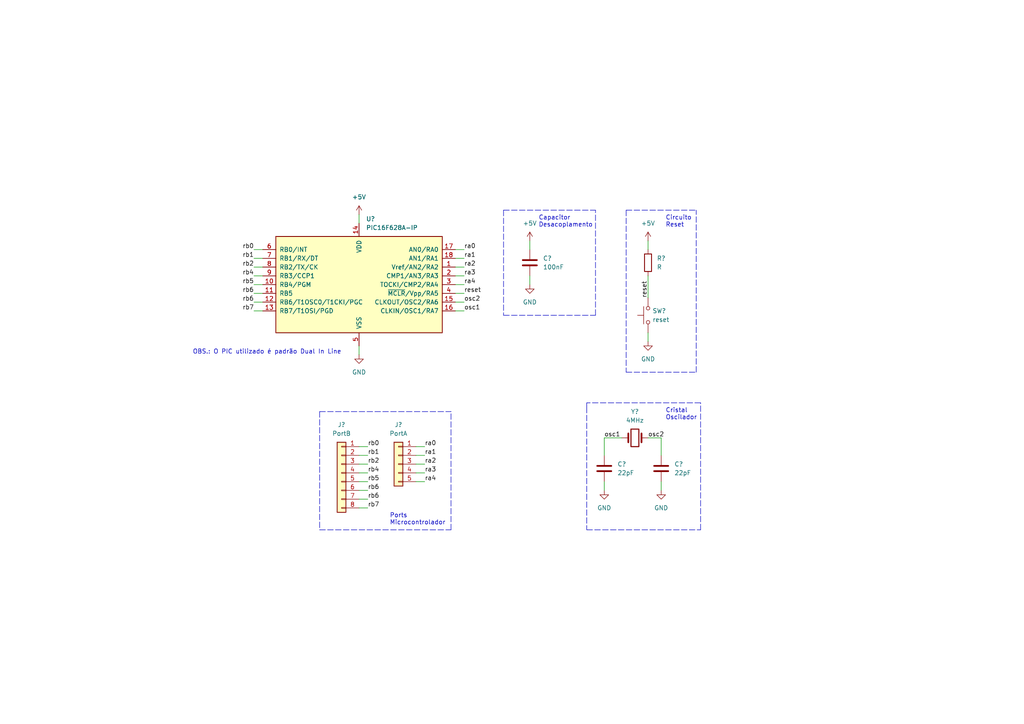
<source format=kicad_sch>
(kicad_sch (version 20211123) (generator eeschema)
  (paper "A4")
  (title_block (title "Organização Microprocessado") (date "2022-03-30") (rev "0.0.1") (company "Brynden Corp.") (comment 1 "Autor: Eng. Tarcísio Souza de Melo"))
  (lib_symbols
    (symbol "Connector_Generic:Conn_01x05" (pin_names (offset 1.016) hide)
      (property "Reference" "J" (at 0 7.62 0))
      (property "Value" "Conn_01x05" (at 0 -7.62 0))
      (symbol "Conn_01x05_1_1"
        (rectangle (start -1.27 -4.953) (end 0 -5.207) (stroke (width 0.1524)))
        (rectangle (start -1.27 -2.413) (end 0 -2.667) (stroke (width 0.1524)))
        (rectangle (start -1.27 0.127) (end 0 -0.127) (stroke (width 0.1524)))
        (rectangle (start -1.27 2.667) (end 0 2.413) (stroke (width 0.1524)))
        (rectangle (start -1.27 5.207) (end 0 4.953) (stroke (width 0.1524)))
        (rectangle (start -1.27 6.35) (end 1.27 -6.35) (stroke (width 0.254)) (fill (type background)))
        (pin passive line (at -5.08 5.08 0) (length 3.81) (name "Pin_1") (number "1"))
        (pin passive line (at -5.08 2.54 0) (length 3.81) (name "Pin_2") (number "2"))
        (pin passive line (at -5.08 0 0) (length 3.81) (name "Pin_3") (number "3"))
        (pin passive line (at -5.08 -2.54 0) (length 3.81) (name "Pin_4") (number "4"))
        (pin passive line (at -5.08 -5.08 0) (length 3.81) (name "Pin_5") (number "5"))
      )
    )
    (symbol "Connector_Generic:Conn_01x08" (pin_names (offset 1.016) hide)
      (property "Reference" "J" (at 0 10.16 0))
      (property "Value" "Conn_01x08" (at 0 -12.7 0))
      (symbol "Conn_01x08_1_1"
        (rectangle (start -1.27 -10.033) (end 0 -10.287) (stroke (width 0.1524)))
        (rectangle (start -1.27 -7.493) (end 0 -7.747) (stroke (width 0.1524)))
        (rectangle (start -1.27 -4.953) (end 0 -5.207) (stroke (width 0.1524)))
        (rectangle (start -1.27 -2.413) (end 0 -2.667) (stroke (width 0.1524)))
        (rectangle (start -1.27 0.127) (end 0 -0.127) (stroke (width 0.1524)))
        (rectangle (start -1.27 2.667) (end 0 2.413) (stroke (width 0.1524)))
        (rectangle (start -1.27 5.207) (end 0 4.953) (stroke (width 0.1524)))
        (rectangle (start -1.27 7.747) (end 0 7.493) (stroke (width 0.1524)))
        (rectangle (start -1.27 8.89) (end 1.27 -11.43) (stroke (width 0.254)) (fill (type background)))
        (pin passive line (at -5.08 7.62 0) (length 3.81) (name "Pin_1") (number "1"))
        (pin passive line (at -5.08 5.08 0) (length 3.81) (name "Pin_2") (number "2"))
        (pin passive line (at -5.08 2.54 0) (length 3.81) (name "Pin_3") (number "3"))
        (pin passive line (at -5.08 0 0) (length 3.81) (name "Pin_4") (number "4"))
        (pin passive line (at -5.08 -2.54 0) (length 3.81) (name "Pin_5") (number "5"))
        (pin passive line (at -5.08 -5.08 0) (length 3.81) (name "Pin_6") (number "6"))
        (pin passive line (at -5.08 -7.62 0) (length 3.81) (name "Pin_7") (number "7"))
        (pin passive line (at -5.08 -10.16 0) (length 3.81) (name "Pin_8") (number "8"))
      )
    )
    (symbol "Device:C" (pin_numbers hide) (pin_names (offset 0.254))
      (property "Reference" "C" (at 0.635 2.54 0))
      (property "Value" "C" (at 0.635 -2.54 0))
      (symbol "C_0_1"
        (polyline (pts (xy -2.032 -0.762) (xy 2.032 -0.762)) (stroke (width 0.508)))
        (polyline (pts (xy -2.032 0.762) (xy 2.032 0.762)) (stroke (width 0.508)))
      )
      (symbol "C_1_1"
        (pin passive line (at 0 3.81 270) (length 2.794) (name "~") (number "1"))
        (pin passive line (at 0 -3.81 90) (length 2.794) (name "~") (number "2"))
      )
    )
    (symbol "Device:Crystal" (pin_numbers hide) (pin_names (offset 1.016) hide)
      (property "Reference" "Y" (at 0 3.81 0))
      (property "Value" "Crystal" (at 0 -3.81 0))
      (symbol "Crystal_0_1"
        (rectangle (start -1.143 2.54) (end 1.143 -2.54) (stroke (width 0.3048)))
        (polyline (pts (xy -2.54 0) (xy -1.905 0)))
        (polyline (pts (xy -1.905 -1.27) (xy -1.905 1.27)) (stroke (width 0.508)))
        (polyline (pts (xy 1.905 -1.27) (xy 1.905 1.27)) (stroke (width 0.508)))
        (polyline (pts (xy 2.54 0) (xy 1.905 0)))
      )
      (symbol "Crystal_1_1"
        (pin passive line (at -3.81 0 0) (length 1.27) (name "1") (number "1"))
        (pin passive line (at 3.81 0 180) (length 1.27) (name "2") (number "2"))
      )
    )
    (symbol "Device:R" (pin_numbers hide) (pin_names (offset 0))
      (property "Reference" "R" (at 2.032 0 90))
      (property "Value" "R" (at 0 0 90))
      (symbol "R_0_1"
        (rectangle (start -1.016 -2.54) (end 1.016 2.54) (stroke (width 0.254)))
      )
      (symbol "R_1_1"
        (pin passive line (at 0 3.81 270) (length 1.27) (name "~") (number "1"))
        (pin passive line (at 0 -3.81 90) (length 1.27) (name "~") (number "2"))
      )
    )
    (symbol "MCU_Microchip_PIC16:PIC16F628A-IP" (pin_names (offset 1.016))
      (property "Reference" "U" (at -24.13 17.78 0))
      (property "Value" "PIC16F628A-IP" (at -24.13 15.24 0))
      (symbol "PIC16F628A-IP_0_1"
        (rectangle (start 24.13 13.97) (end -24.13 -13.97) (stroke (width 0.254)) (fill (type background)))
      )
      (symbol "PIC16F628A-IP_1_1"
        (pin bidirectional line (at 27.94 5.08 180) (length 3.81) (name "Vref/AN2/RA2") (number "1"))
        (pin bidirectional line (at -27.94 0 0) (length 3.81) (name "RB4/PGM") (number "10"))
        (pin bidirectional line (at -27.94 -2.54 0) (length 3.81) (name "RB5") (number "11"))
        (pin bidirectional line (at -27.94 -5.08 0) (length 3.81) (name "RB6/T1OSC0/T1CKI/PGC") (number "12"))
        (pin bidirectional line (at -27.94 -7.62 0) (length 3.81) (name "RB7/T1OSI/PGD") (number "13"))
        (pin power_in line (at 0 17.78 270) (length 3.81) (name "VDD") (number "14"))
        (pin bidirectional line (at 27.94 -5.08 180) (length 3.81) (name "CLKOUT/OSC2/RA6") (number "15"))
        (pin bidirectional line (at 27.94 -7.62 180) (length 3.81) (name "CLKIN/OSC1/RA7") (number "16"))
        (pin bidirectional line (at 27.94 10.16 180) (length 3.81) (name "AN0/RA0") (number "17"))
        (pin bidirectional line (at 27.94 7.62 180) (length 3.81) (name "AN1/RA1") (number "18"))
        (pin bidirectional line (at 27.94 2.54 180) (length 3.81) (name "CMP1/AN3/RA3") (number "2"))
        (pin bidirectional line (at 27.94 0 180) (length 3.81) (name "TOCKI/CMP2/RA4") (number "3"))
        (pin input line (at 27.94 -2.54 180) (length 3.81) (name "~{MCLR}/Vpp/RA5") (number "4"))
        (pin power_in line (at 0 -17.78 90) (length 3.81) (name "VSS") (number "5"))
        (pin bidirectional line (at -27.94 10.16 0) (length 3.81) (name "RB0/INT") (number "6"))
        (pin bidirectional line (at -27.94 7.62 0) (length 3.81) (name "RB1/RX/DT") (number "7"))
        (pin bidirectional line (at -27.94 5.08 0) (length 3.81) (name "RB2/TX/CK") (number "8"))
        (pin bidirectional line (at -27.94 2.54 0) (length 3.81) (name "RB3/CCP1") (number "9"))
      )
    )
    (symbol "Switch:SW_MEC_5G" (pin_numbers hide) (pin_names (offset 1.016) hide)
      (property "Reference" "SW" (at 1.27 2.54 0))
      (property "Value" "SW_MEC_5G" (at 0 -1.524 0))
      (symbol "SW_MEC_5G_0_1"
        (circle (center -2.032 0) (radius 0.508))
        (polyline (pts (xy 0 1.27) (xy 0 3.048)))
        (polyline (pts (xy 2.54 1.27) (xy -2.54 1.27)))
        (circle (center 2.032 0) (radius 0.508))
        (pin passive line (at -5.08 0 0) (length 2.54) (name "A") (number "1"))
        (pin passive line (at 5.08 0 180) (length 2.54) (name "B") (number "3"))
      )
      (symbol "SW_MEC_5G_1_1"
        (pin passive line (at -5.08 0 0) (length 2.54) hide (name "A") (number "2"))
        (pin passive line (at 5.08 0 180) (length 2.54) hide (name "B") (number "4"))
      )
    )
    (symbol "power:+5V" (power) (pin_names (offset 0))
      (property "Value" "+5V" (at 0 3.556 0))
      (symbol "+5V_0_1"
        (polyline (pts (xy -0.762 1.27) (xy 0 2.54)))
        (polyline (pts (xy 0 0) (xy 0 2.54)))
        (polyline (pts (xy 0 2.54) (xy 0.762 1.27)))
      )
      (symbol "+5V_1_1"
        (pin power_in line (at 0 0 90) (length 0) hide (name "+5V") (number "1"))
      )
    )
    (symbol "power:GND" (power) (pin_names (offset 0))
      (property "Value" "GND" (at 0 -3.81 0))
      (symbol "GND_0_1"
        (polyline (pts (xy 0 0) (xy 0 -1.27) (xy 1.27 -1.27) (xy 0 -2.54) (xy -1.27 -1.27) (xy 0 -1.27)))
      )
      (symbol "GND_1_1"
        (pin power_in line (at 0 0 270) (length 0) hide (name "GND") (number "1"))
      )
    )
  )
  (wire (pts (xy 187.96 80.01) (xy 187.96 86.36)))
  (wire (pts (xy 73.66 90.17) (xy 76.2 90.17)))
  (polyline (pts (xy 130.81 153.67) (xy 130.81 119.38)))
  (wire (pts (xy 132.08 87.63) (xy 134.62 87.63)))
  (wire (pts (xy 132.08 80.01) (xy 134.62 80.01)))
  (wire (pts (xy 120.65 137.16) (xy 123.19 137.16)))
  (wire (pts (xy 132.08 90.17) (xy 134.62 90.17)))
  (polyline (pts (xy 92.71 153.67) (xy 130.81 153.67)))
  (polyline (pts (xy 92.71 119.38) (xy 92.71 153.67)))
  (wire (pts (xy 104.14 147.32) (xy 106.68 147.32)))
  (wire (pts (xy 120.65 129.54) (xy 123.19 129.54)))
  (wire (pts (xy 153.67 69.85) (xy 153.67 72.39)))
  (polyline (pts (xy 146.05 91.44) (xy 172.72 91.44)))
  (polyline (pts (xy 181.61 60.96) (xy 181.61 107.95)))
  (wire (pts (xy 104.14 142.24) (xy 106.68 142.24)))
  (polyline (pts (xy 201.93 107.95) (xy 201.93 60.96)))
  (wire (pts (xy 73.66 87.63) (xy 76.2 87.63)))
  (wire (pts (xy 73.66 77.47) (xy 76.2 77.47)))
  (wire (pts (xy 104.14 129.54) (xy 106.68 129.54)))
  (wire (pts (xy 104.14 139.7) (xy 106.68 139.7)))
  (wire (pts (xy 73.66 80.01) (xy 76.2 80.01)))
  (wire (pts (xy 73.66 72.39) (xy 76.2 72.39)))
  (wire (pts (xy 132.08 82.55) (xy 134.62 82.55)))
  (wire (pts (xy 104.14 100.33) (xy 104.14 102.87)))
  (polyline (pts (xy 203.2 153.67) (xy 203.2 116.84)))
  (wire (pts (xy 187.96 127) (xy 191.77 127)))
  (wire (pts (xy 132.08 74.93) (xy 134.62 74.93)))
  (wire (pts (xy 73.66 85.09) (xy 76.2 85.09)))
  (wire (pts (xy 175.26 139.7) (xy 175.26 142.24)))
  (polyline (pts (xy 92.71 119.38) (xy 130.81 119.38)))
  (wire (pts (xy 120.65 132.08) (xy 123.19 132.08)))
  (wire (pts (xy 104.14 137.16) (xy 106.68 137.16)))
  (polyline (pts (xy 146.05 60.96) (xy 146.05 91.44)))
  (wire (pts (xy 120.65 134.62) (xy 123.19 134.62)))
  (polyline (pts (xy 170.18 118.11) (xy 170.18 153.67)))
  (wire (pts (xy 73.66 82.55) (xy 76.2 82.55)))
  (wire (pts (xy 191.77 139.7) (xy 191.77 142.24)))
  (wire (pts (xy 120.65 139.7) (xy 123.19 139.7)))
  (polyline (pts (xy 181.61 107.95) (xy 201.93 107.95)))
  (wire (pts (xy 153.67 80.01) (xy 153.67 82.55)))
  (wire (pts (xy 175.26 127) (xy 180.34 127)))
  (wire (pts (xy 104.14 144.78) (xy 106.68 144.78)))
  (wire (pts (xy 132.08 77.47) (xy 134.62 77.47)))
  (wire (pts (xy 73.66 74.93) (xy 76.2 74.93)))
  (polyline (pts (xy 172.72 91.44) (xy 172.72 60.96)))
  (wire (pts (xy 104.14 134.62) (xy 106.68 134.62)))
  (polyline (pts (xy 170.18 153.67) (xy 203.2 153.67)))
  (polyline (pts (xy 203.2 116.84) (xy 170.18 116.84)))
  (wire (pts (xy 175.26 132.08) (xy 175.26 127)))
  (polyline (pts (xy 146.05 60.96) (xy 172.72 60.96)))
  (polyline (pts (xy 181.61 60.96) (xy 201.93 60.96)))
  (wire (pts (xy 104.14 62.23) (xy 104.14 64.77)))
  (wire (pts (xy 132.08 72.39) (xy 134.62 72.39)))
  (wire (pts (xy 191.77 127) (xy 191.77 132.08)))
  (polyline (pts (xy 170.18 116.84) (xy 170.18 118.11)))
  (wire (pts (xy 187.96 96.52) (xy 187.96 99.06)))
  (wire (pts (xy 187.96 69.85) (xy 187.96 72.39)))
  (wire (pts (xy 132.08 85.09) (xy 134.62 85.09)))
  (wire (pts (xy 104.14 132.08) (xy 106.68 132.08)))
  (text "Cristal\nOscilador" (at 193.04 121.92 0) (effects (font (size 1.27 1.27)) (justify left bottom)))
  (text "Ports\nMicrocontrolador\n" (at 113.03 152.4 0) (effects (font (size 1.27 1.27)) (justify left bottom)))
  (text "Capacitor \nDesacoplamento" (at 156.21 66.04 0) (effects (font (size 1.27 1.27)) (justify left bottom)))
  (text "Circuito\nReset" (at 193.04 66.04 0) (effects (font (size 1.27 1.27)) (justify left bottom)))
  (text "OBS.: O PIC utilizado é padrão Dual In Line" (at 55.88 102.87 0) (effects (font (size 1.27 1.27)) (justify left bottom)))
  (label "rb5" (at 73.66 82.55 180))
  (label "rb4" (at 106.68 137.16 0))
  (label "reset" (at 187.96 86.36 90))
  (label "osc2" (at 187.96 127 0))
  (label "ra1" (at 134.62 74.93 0))
  (label "rb0" (at 106.68 129.54 0))
  (label "ra2" (at 123.19 134.62 0))
  (label "rb0" (at 73.66 72.39 180))
  (label "rb6" (at 106.68 144.78 0))
  (label "osc1" (at 175.26 127 0))
  (label "rb6" (at 73.66 87.63 180))
  (label "ra2" (at 134.62 77.47 0))
  (label "ra3" (at 134.62 80.01 0))
  (label "rb2" (at 106.68 134.62 0))
  (label "ra4" (at 123.19 139.7 0))
  (label "rb7" (at 73.66 90.17 180))
  (label "rb1" (at 73.66 74.93 180))
  (label "reset" (at 134.62 85.09 0))
  (label "osc1" (at 134.62 90.17 0))
  (label "rb7" (at 106.68 147.32 0))
  (label "ra3" (at 123.19 137.16 0))
  (label "ra0" (at 134.62 72.39 0))
  (label "rb6" (at 106.68 142.24 0))
  (label "rb6" (at 73.66 85.09 180))
  (label "rb4" (at 73.66 80.01 180))
  (label "rb5" (at 106.68 139.7 0))
  (label "osc2" (at 134.62 87.63 0))
  (label "ra1" (at 123.19 132.08 0))
  (label "rb2" (at 73.66 77.47 180))
  (label "ra4" (at 134.62 82.55 0))
  (label "rb1" (at 106.68 132.08 0))
  (label "ra0" (at 123.19 129.54 0))
  (symbol (lib_id "power:+5V") (at 187.96 69.85 0) (unit 1)
    (property "Reference" "#PWR?" (effects hide))
    (property "Value" "+5V" (at 187.96 64.77 0))
  )
  (symbol (lib_id "power:+5V") (at 104.14 62.23 0) (unit 1)
    (property "Reference" "#PWR?" (effects hide))
    (property "Value" "+5V" (at 104.14 57.15 0))
  )
  (symbol (lib_id "Device:C") (at 175.26 135.89 0) (unit 1)
    (property "Reference" "C?" (at 179.07 134.6199 0) (effects (justify left)))
    (property "Value" "22pF" (at 179.07 137.1599 0) (effects (justify left)))
  )
  (symbol (lib_id "Device:R") (at 187.96 76.2 0) (unit 1)
    (property "Reference" "R?" (at 190.5 74.9299 0) (effects (justify left)))
    (property "Value" "R" (at 190.5 77.4699 0) (effects (justify left)))
  )
  (symbol (lib_id "power:GND") (at 187.96 99.06 0) (unit 1)
    (property "Reference" "#PWR?" (effects hide))
    (property "Value" "GND" (at 187.96 104.14 0))
  )
  (symbol (lib_id "power:GND") (at 175.26 142.24 0) (unit 1)
    (property "Reference" "#PWR?" (effects hide))
    (property "Value" "GND" (at 175.26 147.32 0))
  )
  (symbol (lib_id "Device:C") (at 191.77 135.89 0) (unit 1)
    (property "Reference" "C?" (at 195.58 134.6199 0) (effects (justify left)))
    (property "Value" "22pF" (at 195.58 137.1599 0) (effects (justify left)))
  )
  (symbol (lib_id "power:GND") (at 153.67 82.55 0) (unit 1)
    (property "Reference" "#PWR?" (effects hide))
    (property "Value" "GND" (at 153.67 87.63 0))
  )
  (symbol (lib_id "Device:C") (at 153.67 76.2 0) (unit 1)
    (property "Reference" "C?" (at 157.48 74.9299 0) (effects (justify left)))
    (property "Value" "100nF" (at 157.48 77.4699 0) (effects (justify left)))
  )
  (symbol (lib_id "Device:Crystal") (at 184.15 127 0) (unit 1)
    (property "Reference" "Y?" (at 184.15 119.38 0))
    (property "Value" "4MHz" (at 184.15 121.92 0))
  )
  (symbol (lib_id "Switch:SW_MEC_5G") (at 187.96 91.44 90) (unit 1)
    (property "Reference" "SW?" (at 189.23 90.1699 90) (effects (justify right)))
    (property "Value" "reset" (at 189.23 92.7099 90) (effects (justify right)))
    (property "Datasheet" "http://www.apem.com/int/index.php?controller=attachment&id_attachment=488" (effects hide))
  )
  (symbol (lib_id "power:GND") (at 191.77 142.24 0) (unit 1)
    (property "Reference" "#PWR?" (effects hide))
    (property "Value" "GND" (at 191.77 147.32 0))
  )
  (symbol (lib_id "MCU_Microchip_PIC16:PIC16F628A-IP") (at 104.14 82.55 0) (unit 1)
    (property "Reference" "U?" (at 106.1594 63.5 0) (effects (justify left)))
    (property "Value" "PIC16F628A-IP" (at 106.1594 66.04 0) (effects (justify left)))
    (property "Datasheet" "http://ww1.microchip.com/downloads/en/DeviceDoc/40300c.pdf" (effects hide))
  )
  (symbol (lib_id "Connector_Generic:Conn_01x08") (at 99.06 137.16 0) (mirror y) (unit 1)
    (property "Reference" "J?" (at 99.06 123.19 0))
    (property "Value" "PortB" (at 99.06 125.73 0))
  )
  (symbol (lib_id "Connector_Generic:Conn_01x05") (at 115.57 134.62 0) (mirror y) (unit 1)
    (property "Reference" "J?" (at 115.57 123.19 0))
    (property "Value" "PortA" (at 115.57 125.73 0))
  )
  (symbol (lib_id "power:GND") (at 104.14 102.87 0) (unit 1)
    (property "Reference" "#PWR?" (effects hide))
    (property "Value" "GND" (at 104.14 107.95 0))
  )
  (symbol (lib_id "power:+5V") (at 153.67 69.85 0) (unit 1)
    (property "Reference" "#PWR?" (effects hide))
    (property "Value" "+5V" (at 153.67 64.77 0))
  )
)
</source>
